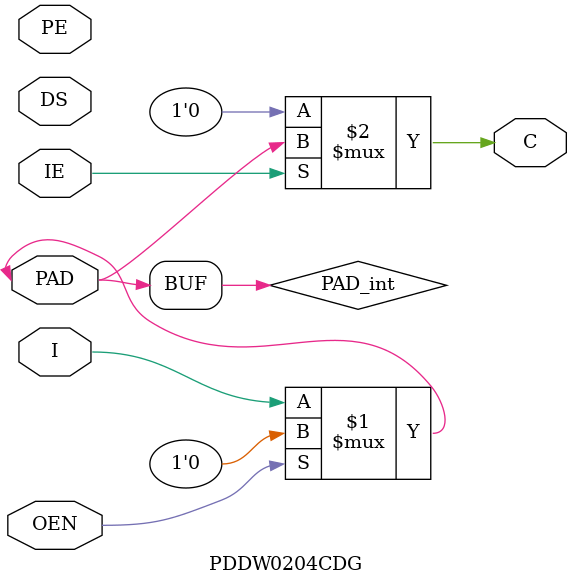
<source format=v>
module PDDW0204CDG (I,DS,OEN,PAD,C,PE,IE);
  input I,DS,OEN,PE,IE;
  inout PAD;
  output C;

  (* keep *) wire PAD_int;


  assign PAD_int  = OEN ? 1'b0 : I;
  assign C = IE ? PAD : 1'b0;

  assign PAD = PAD_int;

endmodule


</source>
